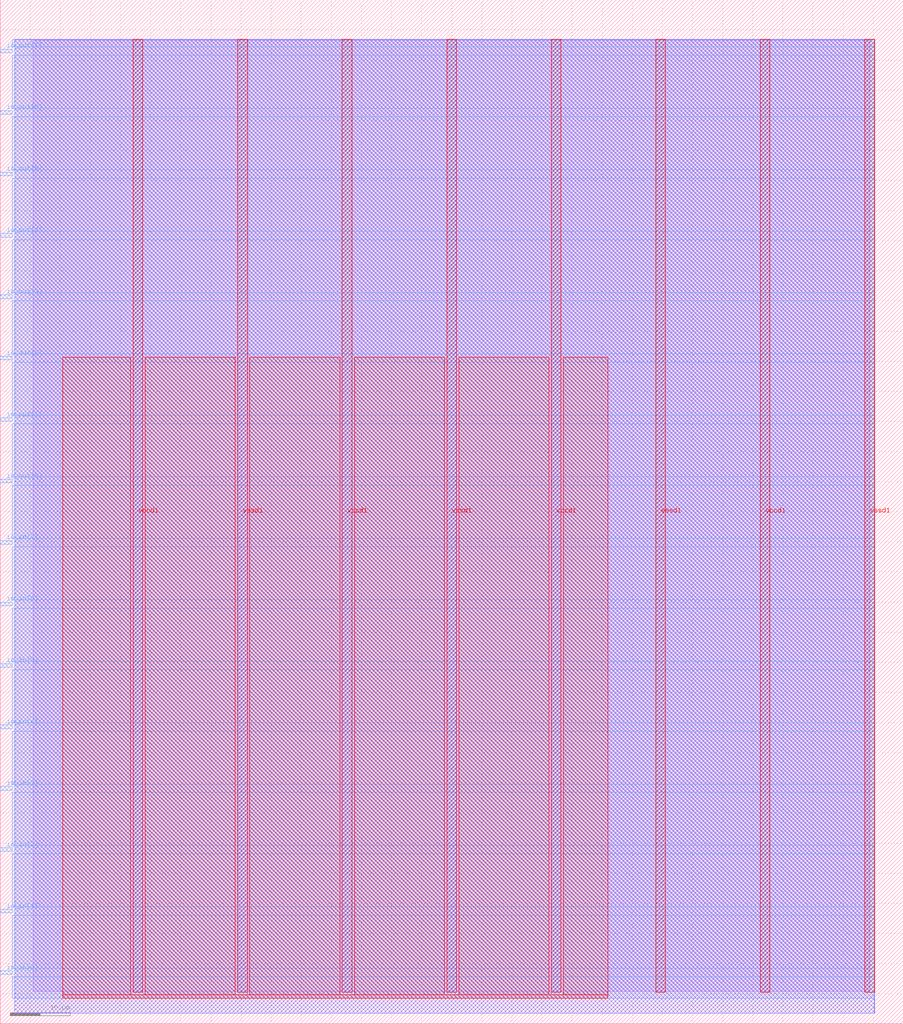
<source format=lef>
VERSION 5.7 ;
  NOWIREEXTENSIONATPIN ON ;
  DIVIDERCHAR "/" ;
  BUSBITCHARS "[]" ;
MACRO dwisehart_top
  CLASS BLOCK ;
  FOREIGN dwisehart_top ;
  ORIGIN 0.000 0.000 ;
  SIZE 150.000 BY 170.000 ;
  PIN io_in[0]
    DIRECTION INPUT ;
    USE SIGNAL ;
    PORT
      LAYER met3 ;
        RECT 0.000 8.200 2.000 8.800 ;
    END
  END io_in[0]
  PIN io_in[1]
    DIRECTION INPUT ;
    USE SIGNAL ;
    PORT
      LAYER met3 ;
        RECT 0.000 18.400 2.000 19.000 ;
    END
  END io_in[1]
  PIN io_in[2]
    DIRECTION INPUT ;
    USE SIGNAL ;
    PORT
      LAYER met3 ;
        RECT 0.000 28.600 2.000 29.200 ;
    END
  END io_in[2]
  PIN io_in[3]
    DIRECTION INPUT ;
    USE SIGNAL ;
    PORT
      LAYER met3 ;
        RECT 0.000 38.800 2.000 39.400 ;
    END
  END io_in[3]
  PIN io_in[4]
    DIRECTION INPUT ;
    USE SIGNAL ;
    PORT
      LAYER met3 ;
        RECT 0.000 49.000 2.000 49.600 ;
    END
  END io_in[4]
  PIN io_in[5]
    DIRECTION INPUT ;
    USE SIGNAL ;
    PORT
      LAYER met3 ;
        RECT 0.000 59.200 2.000 59.800 ;
    END
  END io_in[5]
  PIN io_in[6]
    DIRECTION INPUT ;
    USE SIGNAL ;
    PORT
      LAYER met3 ;
        RECT 0.000 69.400 2.000 70.000 ;
    END
  END io_in[6]
  PIN io_in[7]
    DIRECTION INPUT ;
    USE SIGNAL ;
    PORT
      LAYER met3 ;
        RECT 0.000 79.600 2.000 80.200 ;
    END
  END io_in[7]
  PIN io_out[0]
    DIRECTION OUTPUT TRISTATE ;
    USE SIGNAL ;
    PORT
      LAYER met3 ;
        RECT 0.000 89.800 2.000 90.400 ;
    END
  END io_out[0]
  PIN io_out[1]
    DIRECTION OUTPUT TRISTATE ;
    USE SIGNAL ;
    PORT
      LAYER met3 ;
        RECT 0.000 100.000 2.000 100.600 ;
    END
  END io_out[1]
  PIN io_out[2]
    DIRECTION OUTPUT TRISTATE ;
    USE SIGNAL ;
    PORT
      LAYER met3 ;
        RECT 0.000 110.200 2.000 110.800 ;
    END
  END io_out[2]
  PIN io_out[3]
    DIRECTION OUTPUT TRISTATE ;
    USE SIGNAL ;
    PORT
      LAYER met3 ;
        RECT 0.000 120.400 2.000 121.000 ;
    END
  END io_out[3]
  PIN io_out[4]
    DIRECTION OUTPUT TRISTATE ;
    USE SIGNAL ;
    PORT
      LAYER met3 ;
        RECT 0.000 130.600 2.000 131.200 ;
    END
  END io_out[4]
  PIN io_out[5]
    DIRECTION OUTPUT TRISTATE ;
    USE SIGNAL ;
    PORT
      LAYER met3 ;
        RECT 0.000 140.800 2.000 141.400 ;
    END
  END io_out[5]
  PIN io_out[6]
    DIRECTION OUTPUT TRISTATE ;
    USE SIGNAL ;
    PORT
      LAYER met3 ;
        RECT 0.000 151.000 2.000 151.600 ;
    END
  END io_out[6]
  PIN io_out[7]
    DIRECTION OUTPUT TRISTATE ;
    USE SIGNAL ;
    PORT
      LAYER met3 ;
        RECT 0.000 161.200 2.000 161.800 ;
    END
  END io_out[7]
  PIN vccd1
    DIRECTION INOUT ;
    USE POWER ;
    PORT
      LAYER met4 ;
        RECT 22.085 5.200 23.685 163.440 ;
    END
    PORT
      LAYER met4 ;
        RECT 56.815 5.200 58.415 163.440 ;
    END
    PORT
      LAYER met4 ;
        RECT 91.545 5.200 93.145 163.440 ;
    END
    PORT
      LAYER met4 ;
        RECT 126.275 5.200 127.875 163.440 ;
    END
  END vccd1
  PIN vssd1
    DIRECTION INOUT ;
    USE GROUND ;
    PORT
      LAYER met4 ;
        RECT 39.450 5.200 41.050 163.440 ;
    END
    PORT
      LAYER met4 ;
        RECT 74.180 5.200 75.780 163.440 ;
    END
    PORT
      LAYER met4 ;
        RECT 108.910 5.200 110.510 163.440 ;
    END
    PORT
      LAYER met4 ;
        RECT 143.640 5.200 145.240 163.440 ;
    END
  END vssd1
  OBS
      LAYER li1 ;
        RECT 5.520 5.355 144.440 163.285 ;
      LAYER met1 ;
        RECT 2.370 1.740 145.240 163.440 ;
      LAYER met2 ;
        RECT 2.390 1.710 145.210 163.385 ;
      LAYER met3 ;
        RECT 2.000 162.200 145.230 163.365 ;
        RECT 2.400 160.800 145.230 162.200 ;
        RECT 2.000 152.000 145.230 160.800 ;
        RECT 2.400 150.600 145.230 152.000 ;
        RECT 2.000 141.800 145.230 150.600 ;
        RECT 2.400 140.400 145.230 141.800 ;
        RECT 2.000 131.600 145.230 140.400 ;
        RECT 2.400 130.200 145.230 131.600 ;
        RECT 2.000 121.400 145.230 130.200 ;
        RECT 2.400 120.000 145.230 121.400 ;
        RECT 2.000 111.200 145.230 120.000 ;
        RECT 2.400 109.800 145.230 111.200 ;
        RECT 2.000 101.000 145.230 109.800 ;
        RECT 2.400 99.600 145.230 101.000 ;
        RECT 2.000 90.800 145.230 99.600 ;
        RECT 2.400 89.400 145.230 90.800 ;
        RECT 2.000 80.600 145.230 89.400 ;
        RECT 2.400 79.200 145.230 80.600 ;
        RECT 2.000 70.400 145.230 79.200 ;
        RECT 2.400 69.000 145.230 70.400 ;
        RECT 2.000 60.200 145.230 69.000 ;
        RECT 2.400 58.800 145.230 60.200 ;
        RECT 2.000 50.000 145.230 58.800 ;
        RECT 2.400 48.600 145.230 50.000 ;
        RECT 2.000 39.800 145.230 48.600 ;
        RECT 2.400 38.400 145.230 39.800 ;
        RECT 2.000 29.600 145.230 38.400 ;
        RECT 2.400 28.200 145.230 29.600 ;
        RECT 2.000 19.400 145.230 28.200 ;
        RECT 2.400 18.000 145.230 19.400 ;
        RECT 2.000 9.200 145.230 18.000 ;
        RECT 2.400 7.800 145.230 9.200 ;
        RECT 2.000 4.255 145.230 7.800 ;
      LAYER met4 ;
        RECT 10.415 4.800 21.685 110.665 ;
        RECT 24.085 4.800 39.050 110.665 ;
        RECT 41.450 4.800 56.415 110.665 ;
        RECT 58.815 4.800 73.780 110.665 ;
        RECT 76.180 4.800 91.145 110.665 ;
        RECT 93.545 4.800 100.905 110.665 ;
        RECT 10.415 4.255 100.905 4.800 ;
  END
END dwisehart_top
END LIBRARY


</source>
